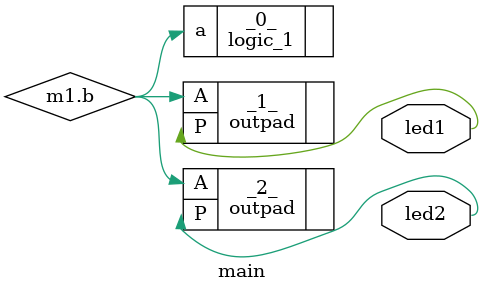
<source format=v>
/* Generated by Yosys 0.9+2406 (git sha1 ca763e6d5, gcc 12.2.0-14+deb12u1 -fPIC -Os) */

(* top =  1  *)
(* src = "/sdcard/vaman/fpga/setup/codes/blink/helloworldfpga.v:61.1-86.10" *)
module main(led1, led2);
  (* src = "/sdcard/vaman/fpga/setup/codes/blink/helloworldfpga.v:62.17-62.21" *)
  output led1;
  (* src = "/sdcard/vaman/fpga/setup/codes/blink/helloworldfpga.v:62.23-62.27" *)
  output led2;
  (* hdlname = "m1 b" *)
  (* src = "/sdcard/vaman/fpga/setup/codes/blink/helloworldfpga.v:70.13-75.6|/sdcard/vaman/fpga/setup/codes/blink/helloworldfpga.v:54.19-54.20" *)
  wire \m1.b ;
  logic_1 _0_ (
    .a(\m1.b )
  );
  (* keep = 32'd1 *)
  outpad #(
    .IO_LOC("X14Y3"),
    .IO_PAD("64"),
    .IO_TYPE("BIDIR")
  ) _1_ (
    .A(\m1.b ),
    .P(led1)
  );
  (* keep = 32'd1 *)
  outpad #(
    .IO_LOC("X30Y32"),
    .IO_PAD("38"),
    .IO_TYPE("BIDIR")
  ) _2_ (
    .A(\m1.b ),
    .P(led2)
  );
endmodule

</source>
